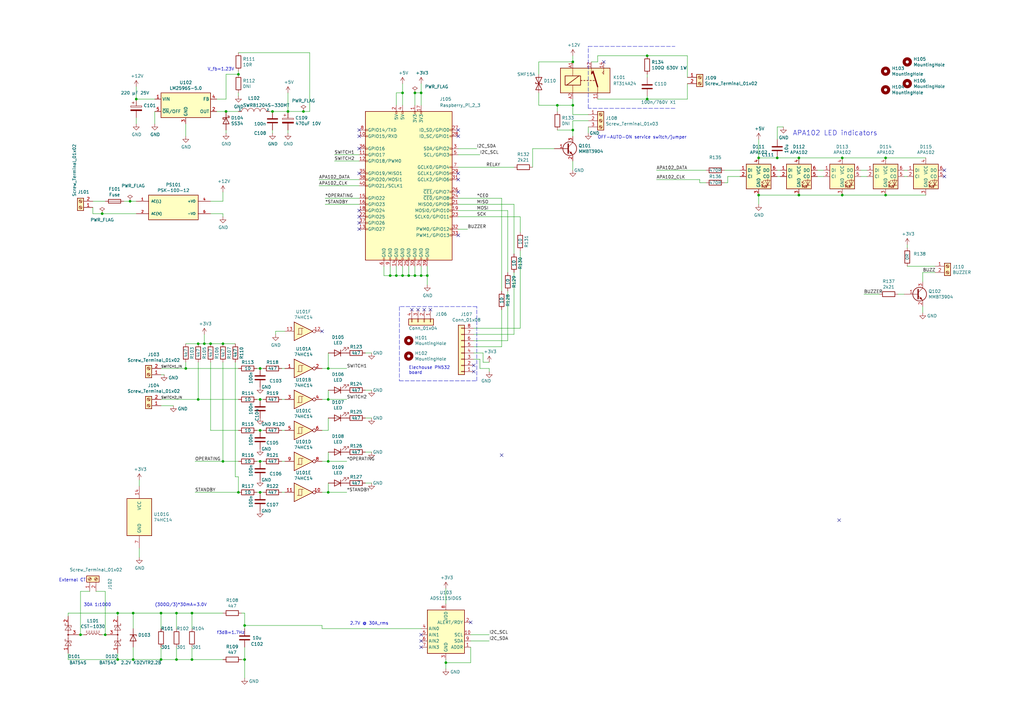
<source format=kicad_sch>
(kicad_sch (version 20211123) (generator eeschema)
  (paper "A3")
  (junction (at 162.56 113.03))
  (junction (at 66.04 270.51))
  (junction (at 170.18 113.03))
  (junction (at 265.43 40.64))
  (junction (at 43.18 260.35))
  (junction (at 345.44 80.01))
  (junction (at 78.74 251.46))
  (junction (at 327.66 80.01))
  (junction (at 86.36 140.97))
  (junction (at 165.1 38.1))
  (junction (at 172.72 113.03))
  (junction (at 345.44 64.77))
  (junction (at 78.74 270.51))
  (junction (at 134.62 163.83))
  (junction (at 100.33 270.51))
  (junction (at 106.68 201.93))
  (junction (at 97.79 201.93))
  (junction (at 165.1 113.03))
  (junction (at 134.62 201.93))
  (junction (at 363.22 64.77))
  (junction (at 111.76 45.72))
  (junction (at 55.88 40.64))
  (junction (at 41.91 87.63))
  (junction (at 72.39 251.46))
  (junction (at 66.04 251.46))
  (junction (at 182.88 271.78))
  (junction (at 175.26 113.03))
  (junction (at 48.26 270.51))
  (junction (at 83.82 140.97))
  (junction (at 311.15 64.77))
  (junction (at 134.62 189.23))
  (junction (at 234.95 53.34))
  (junction (at 327.66 64.77))
  (junction (at 33.02 260.35))
  (junction (at 53.34 82.55))
  (junction (at 106.68 151.13))
  (junction (at 311.15 80.01))
  (junction (at 234.95 43.18))
  (junction (at 234.95 25.4))
  (junction (at 72.39 270.51))
  (junction (at 170.18 38.1))
  (junction (at 172.72 38.1))
  (junction (at 265.43 22.86))
  (junction (at 363.22 80.01))
  (junction (at 100.33 256.54))
  (junction (at 134.62 151.13))
  (junction (at 54.61 251.46))
  (junction (at 76.2 151.13))
  (junction (at 167.64 113.03))
  (junction (at 228.6 43.18))
  (junction (at 81.28 163.83))
  (junction (at 81.28 140.97))
  (junction (at 318.77 64.77))
  (junction (at 48.26 251.46))
  (junction (at 106.68 163.83))
  (junction (at 106.68 189.23))
  (junction (at 160.02 113.03))
  (junction (at 91.44 189.23))
  (junction (at 118.11 45.72))
  (junction (at 97.79 30.48))
  (junction (at 54.61 270.51))
  (junction (at 91.44 140.97))
  (junction (at 106.68 176.53))
  (junction (at 92.71 45.72))
  (junction (at 124.46 45.72))
  (no_connect (at 147.32 53.34))
  (no_connect (at 172.72 260.35))
  (no_connect (at 194.31 152.4))
  (no_connect (at 172.72 262.89))
  (no_connect (at 147.32 88.9))
  (no_connect (at 193.04 255.27))
  (no_connect (at 168.91 127))
  (no_connect (at 147.32 93.98))
  (no_connect (at 147.32 91.44))
  (no_connect (at 172.72 265.43))
  (no_connect (at 187.96 78.74))
  (no_connect (at 173.99 127))
  (no_connect (at 147.32 60.96))
  (no_connect (at 132.08 135.89))
  (no_connect (at 147.32 86.36))
  (no_connect (at 344.17 213.36))
  (no_connect (at 205.74 186.69))
  (no_connect (at 147.32 55.88))
  (no_connect (at 187.96 73.66))
  (no_connect (at 187.96 71.12))
  (no_connect (at 387.35 72.39))
  (no_connect (at 187.96 96.52))
  (no_connect (at 187.96 53.34))
  (no_connect (at 171.45 127))
  (no_connect (at 147.32 71.12))
  (no_connect (at 187.96 55.88))
  (no_connect (at 247.65 25.4))
  (no_connect (at 194.31 149.86))
  (no_connect (at 176.53 127))
  (no_connect (at 387.35 69.85))
  (wire (pts (xy 193.04 265.43) (xy 193.04 271.78)))
  (wire (pts (xy 345.44 64.77) (xy 363.22 64.77)))
  (wire (pts (xy 311.15 80.01) (xy 311.15 83.82)))
  (wire (pts (xy 200.66 151.13) (xy 200.66 152.4)))
  (wire (pts (xy 311.15 57.15) (xy 311.15 64.77)))
  (wire (pts (xy 318.77 52.07) (xy 321.31 52.07)))
  (wire (pts (xy 96.52 140.97) (xy 91.44 140.97)))
  (wire (pts (xy 172.72 257.81) (xy 132.08 257.81)))
  (polyline (pts (xy 241.3 44.45) (xy 241.3 19.05)))
  (polyline (pts (xy 276.86 44.45) (xy 241.3 44.45)))
  (wire (pts (xy 172.72 109.22) (xy 172.72 113.03)))
  (wire (pts (xy 149.86 144.78) (xy 152.4 144.78)))
  (wire (pts (xy 105.41 201.93) (xy 106.68 201.93)))
  (wire (pts (xy 66.04 153.67) (xy 67.31 153.67)))
  (wire (pts (xy 33.02 260.35) (xy 34.29 260.35)))
  (wire (pts (xy 228.6 53.34) (xy 234.95 53.34)))
  (wire (pts (xy 86.36 148.59) (xy 86.36 176.53)))
  (wire (pts (xy 245.11 22.86) (xy 265.43 22.86)))
  (wire (pts (xy 132.08 151.13) (xy 134.62 151.13)))
  (wire (pts (xy 76.2 50.8) (xy 76.2 55.88)))
  (wire (pts (xy 265.43 39.37) (xy 265.43 40.64)))
  (wire (pts (xy 198.12 148.59) (xy 198.12 144.78)))
  (wire (pts (xy 228.6 45.72) (xy 228.6 43.18)))
  (wire (pts (xy 241.3 46.99) (xy 234.95 46.99)))
  (wire (pts (xy 81.28 163.83) (xy 97.79 163.83)))
  (wire (pts (xy 91.44 87.63) (xy 91.44 88.9)))
  (wire (pts (xy 360.68 120.65) (xy 354.33 120.65)))
  (wire (pts (xy 78.74 270.51) (xy 91.44 270.51)))
  (wire (pts (xy 113.03 135.89) (xy 113.03 137.16)))
  (wire (pts (xy 372.11 101.6) (xy 372.11 100.33)))
  (wire (pts (xy 165.1 109.22) (xy 165.1 113.03)))
  (wire (pts (xy 86.36 82.55) (xy 91.44 82.55)))
  (wire (pts (xy 118.11 38.1) (xy 118.11 45.72)))
  (wire (pts (xy 182.88 270.51) (xy 182.88 271.78)))
  (wire (pts (xy 36.83 242.57) (xy 33.02 242.57)))
  (wire (pts (xy 43.18 82.55) (xy 38.1 82.55)))
  (wire (pts (xy 147.32 76.2) (xy 130.81 76.2)))
  (polyline (pts (xy 195.58 156.21) (xy 195.58 125.73)))
  (wire (pts (xy 66.04 151.13) (xy 76.2 151.13)))
  (wire (pts (xy 100.33 256.54) (xy 100.33 257.81)))
  (polyline (pts (xy 163.83 156.21) (xy 195.58 156.21)))
  (wire (pts (xy 149.86 185.42) (xy 152.4 185.42)))
  (wire (pts (xy 281.94 22.86) (xy 281.94 31.75)))
  (wire (pts (xy 298.45 74.93) (xy 298.45 72.39)))
  (wire (pts (xy 132.08 163.83) (xy 134.62 163.83)))
  (wire (pts (xy 97.79 195.58) (xy 97.79 201.93)))
  (wire (pts (xy 137.16 63.5) (xy 147.32 63.5)))
  (wire (pts (xy 187.96 93.98) (xy 191.77 93.98)))
  (wire (pts (xy 55.88 40.64) (xy 55.88 35.56)))
  (wire (pts (xy 132.08 201.93) (xy 134.62 201.93)))
  (wire (pts (xy 187.96 63.5) (xy 196.85 63.5)))
  (wire (pts (xy 33.02 242.57) (xy 33.02 260.35)))
  (wire (pts (xy 327.66 64.77) (xy 345.44 64.77)))
  (wire (pts (xy 194.31 137.16) (xy 210.82 137.16)))
  (wire (pts (xy 220.98 25.4) (xy 220.98 30.48)))
  (wire (pts (xy 187.96 88.9) (xy 213.36 88.9)))
  (wire (pts (xy 378.46 115.57) (xy 378.46 111.76)))
  (wire (pts (xy 105.41 189.23) (xy 106.68 189.23)))
  (wire (pts (xy 182.88 271.78) (xy 182.88 274.32)))
  (wire (pts (xy 353.06 69.85) (xy 355.6 69.85)))
  (wire (pts (xy 198.12 144.78) (xy 194.31 144.78)))
  (wire (pts (xy 318.77 64.77) (xy 327.66 64.77)))
  (wire (pts (xy 269.24 73.66) (xy 287.02 73.66)))
  (wire (pts (xy 86.36 87.63) (xy 91.44 87.63)))
  (wire (pts (xy 100.33 270.51) (xy 100.33 278.13)))
  (wire (pts (xy 111.76 53.34) (xy 111.76 54.61)))
  (wire (pts (xy 66.04 251.46) (xy 72.39 251.46)))
  (wire (pts (xy 78.74 257.81) (xy 78.74 251.46)))
  (wire (pts (xy 297.18 69.85) (xy 303.53 69.85)))
  (wire (pts (xy 187.96 86.36) (xy 208.28 86.36)))
  (wire (pts (xy 38.1 87.63) (xy 38.1 85.09)))
  (wire (pts (xy 234.95 25.4) (xy 220.98 25.4)))
  (wire (pts (xy 133.35 83.82) (xy 147.32 83.82)))
  (wire (pts (xy 91.44 140.97) (xy 86.36 140.97)))
  (wire (pts (xy 27.94 251.46) (xy 48.26 251.46)))
  (wire (pts (xy 27.94 270.51) (xy 48.26 270.51)))
  (wire (pts (xy 55.88 87.63) (xy 41.91 87.63)))
  (wire (pts (xy 78.74 251.46) (xy 91.44 251.46)))
  (wire (pts (xy 234.95 46.99) (xy 234.95 43.18)))
  (wire (pts (xy 370.84 120.65) (xy 368.3 120.65)))
  (wire (pts (xy 378.46 125.73) (xy 378.46 128.27)))
  (wire (pts (xy 335.28 69.85) (xy 337.82 69.85)))
  (wire (pts (xy 311.15 64.77) (xy 318.77 64.77)))
  (wire (pts (xy 234.95 53.34) (xy 234.95 55.88)))
  (wire (pts (xy 97.79 45.72) (xy 92.71 45.72)))
  (polyline (pts (xy 241.3 19.05) (xy 276.86 19.05)))
  (wire (pts (xy 41.91 260.35) (xy 43.18 260.35)))
  (wire (pts (xy 80.01 189.23) (xy 91.44 189.23)))
  (wire (pts (xy 363.22 80.01) (xy 379.73 80.01)))
  (wire (pts (xy 107.95 163.83) (xy 106.68 163.83)))
  (wire (pts (xy 194.31 142.24) (xy 205.74 142.24)))
  (wire (pts (xy 167.64 109.22) (xy 167.64 113.03)))
  (wire (pts (xy 220.98 43.18) (xy 228.6 43.18)))
  (wire (pts (xy 91.44 189.23) (xy 97.79 189.23)))
  (wire (pts (xy 97.79 21.59) (xy 127 21.59)))
  (wire (pts (xy 91.44 82.55) (xy 91.44 78.74)))
  (wire (pts (xy 88.9 45.72) (xy 92.71 45.72)))
  (wire (pts (xy 72.39 257.81) (xy 72.39 251.46)))
  (wire (pts (xy 81.28 140.97) (xy 83.82 140.97)))
  (wire (pts (xy 242.57 25.4) (xy 245.11 25.4)))
  (wire (pts (xy 345.44 80.01) (xy 363.22 80.01)))
  (wire (pts (xy 228.6 43.18) (xy 234.95 43.18)))
  (wire (pts (xy 210.82 111.76) (xy 210.82 137.16)))
  (wire (pts (xy 187.96 81.28) (xy 205.74 81.28)))
  (wire (pts (xy 205.74 119.38) (xy 205.74 81.28)))
  (wire (pts (xy 115.57 163.83) (xy 116.84 163.83)))
  (wire (pts (xy 234.95 66.04) (xy 234.95 69.85)))
  (wire (pts (xy 72.39 270.51) (xy 78.74 270.51)))
  (wire (pts (xy 132.08 189.23) (xy 134.62 189.23)))
  (wire (pts (xy 96.52 148.59) (xy 96.52 195.58)))
  (wire (pts (xy 107.95 176.53) (xy 106.68 176.53)))
  (wire (pts (xy 289.56 74.93) (xy 287.02 74.93)))
  (wire (pts (xy 124.46 45.72) (xy 118.11 45.72)))
  (wire (pts (xy 115.57 189.23) (xy 116.84 189.23)))
  (wire (pts (xy 132.08 256.54) (xy 100.33 256.54)))
  (wire (pts (xy 76.2 140.97) (xy 81.28 140.97)))
  (wire (pts (xy 134.62 201.93) (xy 134.62 198.12)))
  (wire (pts (xy 205.74 127) (xy 205.74 142.24)))
  (wire (pts (xy 281.94 34.29) (xy 281.94 40.64)))
  (wire (pts (xy 162.56 113.03) (xy 160.02 113.03)))
  (wire (pts (xy 72.39 251.46) (xy 78.74 251.46)))
  (wire (pts (xy 53.34 82.55) (xy 55.88 82.55)))
  (wire (pts (xy 55.88 48.26) (xy 55.88 50.8)))
  (wire (pts (xy 172.72 113.03) (xy 170.18 113.03)))
  (wire (pts (xy 170.18 43.18) (xy 170.18 38.1)))
  (wire (pts (xy 57.15 224.79) (xy 57.15 228.6)))
  (wire (pts (xy 76.2 151.13) (xy 97.79 151.13)))
  (wire (pts (xy 99.06 270.51) (xy 100.33 270.51)))
  (wire (pts (xy 318.77 57.15) (xy 318.77 52.07)))
  (wire (pts (xy 137.16 66.04) (xy 147.32 66.04)))
  (wire (pts (xy 107.95 201.93) (xy 106.68 201.93)))
  (wire (pts (xy 66.04 251.46) (xy 54.61 251.46)))
  (wire (pts (xy 96.52 195.58) (xy 97.79 195.58)))
  (polyline (pts (xy 195.58 125.73) (xy 163.83 125.73)))
  (wire (pts (xy 133.35 81.28) (xy 147.32 81.28)))
  (wire (pts (xy 134.62 189.23) (xy 134.62 185.42)))
  (wire (pts (xy 187.96 68.58) (xy 210.82 68.58)))
  (wire (pts (xy 107.95 151.13) (xy 106.68 151.13)))
  (wire (pts (xy 187.96 83.82) (xy 210.82 83.82)))
  (wire (pts (xy 241.3 49.53) (xy 234.95 49.53)))
  (wire (pts (xy 134.62 176.53) (xy 134.62 171.45)))
  (wire (pts (xy 196.85 147.32) (xy 196.85 151.13)))
  (wire (pts (xy 110.49 45.72) (xy 111.76 45.72)))
  (wire (pts (xy 149.86 171.45) (xy 152.4 171.45)))
  (wire (pts (xy 41.91 87.63) (xy 38.1 87.63)))
  (wire (pts (xy 132.08 176.53) (xy 134.62 176.53)))
  (wire (pts (xy 162.56 109.22) (xy 162.56 113.03)))
  (wire (pts (xy 234.95 25.4) (xy 234.95 22.86)))
  (wire (pts (xy 99.06 251.46) (xy 100.33 251.46)))
  (wire (pts (xy 370.84 72.39) (xy 372.11 72.39)))
  (wire (pts (xy 134.62 201.93) (xy 142.24 201.93)))
  (wire (pts (xy 115.57 201.93) (xy 116.84 201.93)))
  (wire (pts (xy 311.15 80.01) (xy 327.66 80.01)))
  (wire (pts (xy 281.94 40.64) (xy 265.43 40.64)))
  (wire (pts (xy 66.04 166.37) (xy 71.12 166.37)))
  (wire (pts (xy 193.04 271.78) (xy 182.88 271.78)))
  (wire (pts (xy 234.95 40.64) (xy 234.95 43.18)))
  (wire (pts (xy 27.94 251.46) (xy 27.94 252.73)))
  (wire (pts (xy 149.86 160.02) (xy 152.4 160.02)))
  (wire (pts (xy 81.28 148.59) (xy 81.28 163.83)))
  (wire (pts (xy 170.18 38.1) (xy 172.72 38.1)))
  (wire (pts (xy 97.79 30.48) (xy 97.79 29.21)))
  (wire (pts (xy 335.28 72.39) (xy 337.82 72.39)))
  (wire (pts (xy 372.11 109.22) (xy 383.54 109.22)))
  (wire (pts (xy 132.08 256.54) (xy 132.08 257.81)))
  (wire (pts (xy 54.61 265.43) (xy 54.61 270.51)))
  (wire (pts (xy 160.02 109.22) (xy 160.02 113.03)))
  (wire (pts (xy 353.06 72.39) (xy 355.6 72.39)))
  (wire (pts (xy 83.82 137.16) (xy 83.82 140.97)))
  (wire (pts (xy 48.26 267.97) (xy 48.26 270.51)))
  (wire (pts (xy 187.96 60.96) (xy 195.58 60.96)))
  (wire (pts (xy 175.26 116.84) (xy 175.26 113.03)))
  (wire (pts (xy 287.02 73.66) (xy 287.02 74.93)))
  (wire (pts (xy 167.64 113.03) (xy 165.1 113.03)))
  (wire (pts (xy 196.85 151.13) (xy 200.66 151.13)))
  (wire (pts (xy 50.8 82.55) (xy 53.34 82.55)))
  (wire (pts (xy 182.88 247.65) (xy 182.88 241.3)))
  (wire (pts (xy 134.62 151.13) (xy 134.62 144.78)))
  (wire (pts (xy 92.71 40.64) (xy 92.71 30.48)))
  (wire (pts (xy 118.11 53.34) (xy 118.11 54.61)))
  (wire (pts (xy 48.26 270.51) (xy 54.61 270.51)))
  (wire (pts (xy 57.15 199.39) (xy 57.15 196.85)))
  (wire (pts (xy 157.48 113.03) (xy 157.48 109.22)))
  (wire (pts (xy 48.26 251.46) (xy 48.26 252.73)))
  (wire (pts (xy 66.04 270.51) (xy 72.39 270.51)))
  (wire (pts (xy 193.04 262.89) (xy 200.66 262.89)))
  (wire (pts (xy 297.18 74.93) (xy 298.45 74.93)))
  (wire (pts (xy 97.79 176.53) (xy 86.36 176.53)))
  (wire (pts (xy 76.2 148.59) (xy 76.2 151.13)))
  (wire (pts (xy 265.43 30.48) (xy 265.43 31.75)))
  (wire (pts (xy 298.45 72.39) (xy 303.53 72.39)))
  (wire (pts (xy 92.71 53.34) (xy 92.71 54.61)))
  (wire (pts (xy 370.84 69.85) (xy 372.11 69.85)))
  (wire (pts (xy 165.1 38.1) (xy 165.1 34.29)))
  (wire (pts (xy 172.72 34.29) (xy 172.72 38.1)))
  (wire (pts (xy 162.56 43.18) (xy 162.56 38.1)))
  (wire (pts (xy 115.57 176.53) (xy 116.84 176.53)))
  (wire (pts (xy 378.46 111.76) (xy 383.54 111.76)))
  (wire (pts (xy 115.57 151.13) (xy 116.84 151.13)))
  (wire (pts (xy 318.77 69.85) (xy 320.04 69.85)))
  (wire (pts (xy 105.41 163.83) (xy 106.68 163.83)))
  (wire (pts (xy 54.61 270.51) (xy 66.04 270.51)))
  (wire (pts (xy 66.04 265.43) (xy 66.04 270.51)))
  (wire (pts (xy 241.3 54.61) (xy 241.3 52.07)))
  (wire (pts (xy 105.41 151.13) (xy 106.68 151.13)))
  (wire (pts (xy 127 45.72) (xy 124.46 45.72)))
  (wire (pts (xy 194.31 134.62) (xy 213.36 134.62)))
  (wire (pts (xy 80.01 201.93) (xy 97.79 201.93)))
  (wire (pts (xy 27.94 270.51) (xy 27.94 267.97)))
  (wire (pts (xy 194.31 139.7) (xy 208.28 139.7)))
  (polyline (pts (xy 163.83 125.73) (xy 163.83 156.21)))
  (wire (pts (xy 210.82 83.82) (xy 210.82 104.14)))
  (wire (pts (xy 175.26 109.22) (xy 175.26 113.03)))
  (wire (pts (xy 91.44 148.59) (xy 91.44 189.23)))
  (wire (pts (xy 245.11 25.4) (xy 245.11 22.86)))
  (wire (pts (xy 213.36 102.87) (xy 213.36 134.62)))
  (wire (pts (xy 265.43 22.86) (xy 281.94 22.86)))
  (wire (pts (xy 78.74 265.43) (xy 78.74 270.51)))
  (wire (pts (xy 39.37 242.57) (xy 43.18 242.57)))
  (wire (pts (xy 43.18 242.57) (xy 43.18 260.35)))
  (wire (pts (xy 97.79 38.1) (xy 97.79 39.37)))
  (wire (pts (xy 134.62 151.13) (xy 142.24 151.13)))
  (wire (pts (xy 162.56 38.1) (xy 165.1 38.1)))
  (wire (pts (xy 147.32 73.66) (xy 130.81 73.66)))
  (wire (pts (xy 92.71 30.48) (xy 97.79 30.48)))
  (wire (pts (xy 127 21.59) (xy 127 45.72)))
  (wire (pts (xy 327.66 80.01) (xy 345.44 80.01)))
  (wire (pts (xy 245.11 40.64) (xy 265.43 40.64)))
  (wire (pts (xy 72.39 265.43) (xy 72.39 270.51)))
  (wire (pts (xy 54.61 251.46) (xy 48.26 251.46)))
  (wire (pts (xy 160.02 113.03) (xy 157.48 113.03)))
  (wire (pts (xy 194.31 147.32) (xy 196.85 147.32)))
  (wire (pts (xy 63.5 45.72) (xy 63.5 50.8)))
  (wire (pts (xy 149.86 198.12) (xy 152.4 198.12)))
  (wire (pts (xy 193.04 260.35) (xy 200.66 260.35)))
  (wire (pts (xy 213.36 95.25) (xy 213.36 88.9)))
  (wire (pts (xy 318.77 72.39) (xy 320.04 72.39)))
  (wire (pts (xy 111.76 45.72) (xy 118.11 45.72)))
  (wire (pts (xy 170.18 113.03) (xy 167.64 113.03)))
  (wire (pts (xy 208.28 86.36) (xy 208.28 111.76)))
  (wire (pts (xy 88.9 40.64) (xy 92.71 40.64)))
  (wire (pts (xy 116.84 135.89) (xy 113.03 135.89)))
  (wire (pts (xy 134.62 189.23) (xy 142.24 189.23)))
  (wire (pts (xy 200.66 148.59) (xy 198.12 148.59)))
  (wire (pts (xy 175.26 113.03) (xy 172.72 113.03)))
  (wire (pts (xy 172.72 38.1) (xy 172.72 43.18)))
  (wire (pts (xy 55.88 40.64) (xy 63.5 40.64)))
  (wire (pts (xy 363.22 64.77) (xy 379.73 64.77)))
  (wire (pts (xy 134.62 163.83) (xy 134.62 160.02)))
  (wire (pts (xy 54.61 251.46) (xy 54.61 257.81)))
  (wire (pts (xy 234.95 49.53) (xy 234.95 53.34)))
  (wire (pts (xy 218.44 60.96) (xy 227.33 60.96)))
  (wire (pts (xy 66.04 257.81) (xy 66.04 251.46)))
  (wire (pts (xy 66.04 163.83) (xy 81.28 163.83)))
  (wire (pts (xy 107.95 189.23) (xy 106.68 189.23)))
  (wire (pts (xy 269.24 69.85) (xy 289.56 69.85)))
  (wire (pts (xy 105.41 176.53) (xy 106.68 176.53)))
  (wire (pts (xy 218.44 60.96) (xy 218.44 68.58)))
  (wire (pts (xy 220.98 38.1) (xy 220.98 43.18)))
  (wire (pts (xy 83.82 140.97) (xy 86.36 140.97)))
  (wire (pts (xy 100.33 270.51) (xy 100.33 265.43)))
  (wire (pts (xy 165.1 113.03) (xy 162.56 113.03)))
  (wire (pts (xy 208.28 119.38) (xy 208.28 139.7)))
  (wire (pts (xy 134.62 163.83) (xy 142.24 163.83)))
  (wire (pts (xy 100.33 251.46) (xy 100.33 256.54)))
  (wire (pts (xy 170.18 109.22) (xy 170.18 113.03)))
  (wire (pts (xy 165.1 43.18) (xy 165.1 38.1)))
  (text "2.7V @ 30A_rms" (at 143.51 256.54 0) (effects (font (size 1.27 1.27)) (justify left bottom)))
  (text "V_fb=1.23V" (at 85.09 29.21 0) (effects (font (size 1.27 1.27)) (justify left bottom)))
  (text "30A 1:1000\n" (at 34.29 248.92 0) (effects (font (size 1.27 1.27)) (justify left bottom)))
  (text "APA102 LED indicators" (at 325.12 55.88 0) (effects (font (size 2.0066 2.0066)) (justify left bottom)))
  (text "(300Ω/3)*30mA=3.0V" (at 63.5 248.92 0) (effects (font (size 1.27 1.27)) (justify left bottom)))
  (text "OFF-AUTO-ON service switch/jumper\n" (at 245.11 57.15 0) (effects (font (size 1.27 1.27)) (justify left bottom)))
  (text "External CT" (at 24.13 238.76 0) (effects (font (size 1.27 1.27)) (justify left bottom)))
  (text "Elechouse PN532\nboard" (at 167.64 153.67 0) (effects (font (size 1.27 1.27)) (justify left bottom)))
  (text "f3dB=1.7Hz" (at 88.9 260.35 0) (effects (font (size 1.27 1.27)) (justify left bottom)))
  (label "APA102_CLK" (at 269.24 73.66 0))
  (label "MISO" (at 195.58 83.82 0))
  (label "I2C_SDA" (at 200.66 262.89 0))
  (label "SWITCH2" (at 142.24 163.83 0))
  (label "BUZZER" (at 354.33 120.65 0))
  (label "*OPERATING" (at 142.24 189.23 0))
  (label "*STANDBY" (at 142.24 201.93 0))
  (label "BUZZ" (at 378.46 111.76 0))
  (label "BUZZER" (at 191.77 93.98 0))
  (label "APA102_DATA" (at 269.24 69.85 0))
  (label "I2C_SCL" (at 200.66 260.35 0))
  (label "*OPERATING" (at 133.35 81.28 0))
  (label "SWITCH1" (at 142.24 151.13 0))
  (label "SWITCH1" (at 137.16 63.5 0))
  (label "SWITCH2_IN" (at 66.04 163.83 0) (effects (font (size 0.9906 0.9906))))
  (label "OPERATING" (at 80.01 189.23 0))
  (label "MOSI" (at 195.58 86.36 0))
  (label "I2C_SCL" (at 196.85 63.5 0))
  (label "APA102_DATA" (at 130.81 73.66 0))
  (label "APA102_CLK" (at 130.81 76.2 0))
  (label "STANDBY" (at 80.01 201.93 0))
  (label "*STANDBY" (at 133.35 83.82 0))
  (label "SWITCH1_IN" (at 66.04 151.13 0) (effects (font (size 0.9906 0.9906))))
  (label "SCK" (at 195.58 88.9 0))
  (label "RELAY" (at 199.39 68.58 0))
  (label "I2C_SDA" (at 195.58 60.96 0))
  (label "*CE0" (at 195.58 81.28 0))
  (label "SWITCH2" (at 137.16 66.04 0))
  (symbol (lib_id "Connector:Raspberry_Pi_2_3") (at 167.64 76.2 0) (unit 1)
    (property "Reference" "J105" (at 180.34 40.64 0) (effects (justify left)))
    (property "Value" "Raspberry_Pi_2_3" (at 180.34 43.18 0) (effects (justify left)))
    (property "Footprint" "Pin_Headers:Pin_Header_Straight_2x20_Pitch2.54mm" (effects hide))
    (property "Datasheet" "https://www.raspberrypi.org/documentation/hardware/raspberrypi/schematics/rpi_SCH_3bplus_1p0_reduced.pdf" (effects hide))
  )
  (symbol (lib_id "Device:R") (at 214.63 68.58 270) (unit 1)
    (property "Reference" "R132" (at 214.63 63.3222 90))
    (property "Value" "2k21" (at 214.63 65.6336 90))
    (property "Footprint" "Resistors_SMD:R_0603" (effects hide))
  )
  (symbol (lib_id "power:+3.3V") (at 172.72 34.29 0) (unit 1)
    (property "Reference" "#PWR0130" (effects hide))
    (property "Value" "+3.3V" (at 173.101 29.8958 0))
  )
  (symbol (lib_id "power:+5V") (at 165.1 34.29 0) (unit 1)
    (property "Reference" "#PWR0129" (effects hide))
    (property "Value" "+5V" (at 165.481 29.8958 0))
  )
  (symbol (lib_id "power:GND") (at 175.26 116.84 0) (unit 1)
    (property "Reference" "#PWR0131" (effects hide))
    (property "Value" "GND" (at 175.387 121.2342 0))
  )
  (symbol (lib_id "power:+12V") (at 234.95 22.86 0) (unit 1)
    (property "Reference" "#PWR0136" (effects hide))
    (property "Value" "+12V" (at 235.331 18.4658 0))
  )
  (symbol (lib_id "Device:D_TVS") (at 220.98 34.29 270) (unit 1)
    (property "Reference" "D110" (at 222.9866 33.1216 90) (effects (justify left)))
    (property "Value" "SMF15A" (at 212.09 30.48 90) (effects (justify left)))
    (property "Footprint" "Diodes_SMD:D_SOD-123" (effects hide))
    (property "Vendor" "C163663" (effects hide))
  )
  (symbol (lib_id "74xx:74HC14") (at 124.46 151.13 0) (unit 1)
    (property "Reference" "U101" (at 124.46 143.0782 0))
    (property "Value" "74HC14" (at 124.46 145.3896 0))
    (property "Footprint" "Package_SO:SOIC-14_3.9x8.7mm_P1.27mm" (effects hide))
    (property "Datasheet" "http://www.ti.com/lit/gpn/sn74HC14" (effects hide))
  )
  (symbol (lib_id "74xx:74HC14") (at 124.46 163.83 0) (unit 2)
    (property "Reference" "U101" (at 124.46 155.7782 0))
    (property "Value" "74HC14" (at 124.46 158.0896 0))
    (property "Footprint" "Package_SO:SOIC-14_3.9x8.7mm_P1.27mm" (effects hide))
    (property "Datasheet" "http://www.ti.com/lit/gpn/sn74HC14" (effects hide))
    (property "Vendor" "C8149" (effects hide))
  )
  (symbol (lib_id "74xx:74HC14") (at 124.46 189.23 0) (unit 4)
    (property "Reference" "U101" (at 124.46 181.1782 0))
    (property "Value" "74HC14" (at 124.46 183.4896 0))
    (property "Footprint" "Package_SO:SOIC-14_3.9x8.7mm_P1.27mm" (effects hide))
    (property "Datasheet" "http://www.ti.com/lit/gpn/sn74HC14" (effects hide))
  )
  (symbol (lib_id "74xx:74HC14") (at 124.46 201.93 0) (unit 5)
    (property "Reference" "U101" (at 124.46 193.8782 0))
    (property "Value" "74HC14" (at 124.46 196.1896 0))
    (property "Footprint" "Package_SO:SOIC-14_3.9x8.7mm_P1.27mm" (effects hide))
    (property "Datasheet" "http://www.ti.com/lit/gpn/sn74HC14" (effects hide))
  )
  (symbol (lib_id "74xx:74HC14") (at 124.46 135.89 0) (unit 6)
    (property "Reference" "U101" (at 124.46 127.8382 0))
    (property "Value" "74HC14" (at 124.46 130.1496 0))
    (property "Footprint" "Package_SO:SOIC-14_3.9x8.7mm_P1.27mm" (effects hide))
    (property "Datasheet" "http://www.ti.com/lit/gpn/sn74HC14" (effects hide))
  )
  (symbol (lib_id "74xx:74HC14") (at 124.46 176.53 0) (unit 3)
    (property "Reference" "U101" (at 124.46 168.4782 0))
    (property "Value" "74HC14" (at 124.46 170.7896 0))
    (property "Footprint" "Package_SO:SOIC-14_3.9x8.7mm_P1.27mm" (effects hide))
    (property "Datasheet" "http://www.ti.com/lit/gpn/sn74HC14" (effects hide))
  )
  (symbol (lib_id "74xx:74HC14") (at 57.15 212.09 0) (unit 7)
    (property "Reference" "U101" (at 62.992 210.9216 0) (effects (justify left)))
    (property "Value" "74HC14" (at 62.992 213.233 0) (effects (justify left)))
    (property "Footprint" "Package_SO:SOIC-14_3.9x8.7mm_P1.27mm" (effects hide))
    (property "Datasheet" "http://www.ti.com/lit/gpn/sn74HC14" (effects hide))
  )
  (symbol (lib_id "power:+3.3V") (at 57.15 196.85 0) (unit 1)
    (property "Reference" "#PWR0103" (effects hide))
    (property "Value" "+3.3V" (at 57.531 192.4558 0))
  )
  (symbol (lib_id "power:GND") (at 57.15 228.6 0) (unit 1)
    (property "Reference" "#PWR0104" (effects hide))
    (property "Value" "GND" (at 57.277 232.9942 0))
  )
  (symbol (lib_id "Device:R") (at 86.36 144.78 180) (unit 1)
    (property "Reference" "R106" (at 88.9 144.78 90))
    (property "Value" "4k7" (at 86.36 144.78 90))
    (property "Footprint" "Resistors_SMD:R_0603" (effects hide))
  )
  (symbol (lib_id "Device:C") (at 106.68 205.74 180) (unit 1)
    (property "Reference" "C107" (at 111.76 207.01 0))
    (property "Value" "100n" (at 102.87 205.74 90))
    (property "Footprint" "Capacitors_SMD:C_0603" (effects hide))
  )
  (symbol (lib_id "Device:R") (at 101.6 151.13 270) (unit 1)
    (property "Reference" "R113" (at 101.6 148.59 90))
    (property "Value" "10" (at 101.6 151.13 90))
    (property "Footprint" "Resistors_SMD:R_0603" (effects hide))
  )
  (symbol (lib_id "Device:R") (at 111.76 151.13 270) (unit 1)
    (property "Reference" "R118" (at 111.76 148.59 90))
    (property "Value" "4k7" (at 111.76 151.13 90))
    (property "Footprint" "Resistors_SMD:R_0603" (effects hide))
  )
  (symbol (lib_id "Transistor_BJT:MMBT3904") (at 232.41 60.96 0) (unit 1)
    (property "Reference" "Q101" (at 237.2614 59.7916 0) (effects (justify left)))
    (property "Value" "MMBT3904" (at 237.2614 62.103 0) (effects (justify left)))
    (property "Footprint" "Package_TO_SOT_SMD:SOT-23" (effects hide))
    (property "Datasheet" "https://www.fairchildsemi.com/datasheets/2N/2N3904.pdf" (effects hide))
    (property "Vendor" "C402272" (effects hide))
  )
  (symbol (lib_id "Device:R") (at 91.44 144.78 180) (unit 1)
    (property "Reference" "R107" (at 93.98 144.78 90))
    (property "Value" "4k7" (at 91.44 144.78 90))
    (property "Footprint" "Resistors_SMD:R_0603" (effects hide))
  )
  (symbol (lib_id "Device:R") (at 81.28 144.78 180) (unit 1)
    (property "Reference" "R105" (at 83.82 144.78 90))
    (property "Value" "4k7" (at 81.28 144.78 90))
    (property "Footprint" "Resistors_SMD:R_0603" (effects hide))
  )
  (symbol (lib_id "Device:R") (at 96.52 144.78 180) (unit 1)
    (property "Reference" "R110" (at 99.06 144.78 90))
    (property "Value" "4k7" (at 96.52 144.78 90))
    (property "Footprint" "Resistors_SMD:R_0603" (effects hide))
  )
  (symbol (lib_id "Device:R") (at 76.2 144.78 180) (unit 1)
    (property "Reference" "R103" (at 78.74 144.78 90))
    (property "Value" "4k7" (at 76.2 144.78 90))
    (property "Footprint" "Resistors_SMD:R_0603" (effects hide))
  )
  (symbol (lib_id "Device:C") (at 106.68 193.04 180) (unit 1)
    (property "Reference" "C106" (at 113.03 194.31 0))
    (property "Value" "100n" (at 102.87 193.04 90))
    (property "Footprint" "Capacitors_SMD:C_0603" (effects hide))
  )
  (symbol (lib_id "Device:C") (at 106.68 180.34 180) (unit 1)
    (property "Reference" "C105" (at 111.76 181.61 0))
    (property "Value" "100n" (at 102.87 180.34 90))
    (property "Footprint" "Capacitors_SMD:C_0603" (effects hide))
  )
  (symbol (lib_id "Device:C") (at 106.68 167.64 180) (unit 1)
    (property "Reference" "C104" (at 105.41 170.18 90))
    (property "Value" "100n" (at 102.87 167.64 90))
    (property "Footprint" "Capacitors_SMD:C_0603" (effects hide))
  )
  (symbol (lib_id "Device:C") (at 106.68 154.94 180) (unit 1)
    (property "Reference" "C103" (at 113.03 156.21 0))
    (property "Value" "100n" (at 102.87 154.94 90))
    (property "Footprint" "Capacitors_SMD:C_0603" (effects hide))
  )
  (symbol (lib_id "Device:R") (at 101.6 163.83 270) (unit 1)
    (property "Reference" "R114" (at 101.6 161.29 90))
    (property "Value" "10" (at 101.6 163.83 90))
    (property "Footprint" "Resistors_SMD:R_0603" (effects hide))
  )
  (symbol (lib_id "Device:R") (at 101.6 176.53 270) (unit 1)
    (property "Reference" "R115" (at 101.6 173.99 90))
    (property "Value" "10" (at 101.6 176.53 90))
    (property "Footprint" "Resistors_SMD:R_0603" (effects hide))
  )
  (symbol (lib_id "Device:R") (at 101.6 189.23 270) (unit 1)
    (property "Reference" "R116" (at 101.6 186.69 90))
    (property "Value" "10" (at 101.6 189.23 90))
    (property "Footprint" "Resistors_SMD:R_0603" (effects hide))
  )
  (symbol (lib_id "Device:R") (at 101.6 201.93 270) (unit 1)
    (property "Reference" "R117" (at 101.6 199.39 90))
    (property "Value" "10" (at 101.6 201.93 90))
    (property "Footprint" "Resistors_SMD:R_0603" (effects hide))
  )
  (symbol (lib_id "power:GND") (at 106.68 196.85 0) (unit 1)
    (property "Reference" "#PWR0118" (effects hide))
    (property "Value" "GND" (at 109.22 196.85 0))
  )
  (symbol (lib_id "power:GND") (at 106.68 184.15 0) (unit 1)
    (property "Reference" "#PWR0117" (effects hide))
    (property "Value" "GND" (at 109.22 184.15 0))
  )
  (symbol (lib_id "power:GND") (at 106.68 171.45 0) (unit 1)
    (property "Reference" "#PWR0116" (effects hide))
    (property "Value" "GND" (at 109.22 173.99 0))
  )
  (symbol (lib_id "power:GND") (at 106.68 158.75 0) (unit 1)
    (property "Reference" "#PWR0115" (effects hide))
    (property "Value" "GND" (at 109.22 158.75 0))
  )
  (symbol (lib_id "Connector:Screw_Terminal_01x02") (at 60.96 153.67 180) (unit 1)
    (property "Reference" "J103" (at 63.0428 145.415 0))
    (property "Value" "Screw_Terminal_01x02" (at 63.0428 147.7264 0))
    (property "Footprint" "TerminalBlock_Phoenix:TerminalBlock_Phoenix_MPT-0,5-2-2.54_1x02_P2.54mm_Horizontal" (effects hide))
  )
  (symbol (lib_id "Connector:Screw_Terminal_01x02") (at 60.96 166.37 180) (unit 1)
    (property "Reference" "J104" (at 63.0428 158.115 0))
    (property "Value" "Screw_Terminal_01x02" (at 63.0428 160.4264 0))
    (property "Footprint" "TerminalBlock_Phoenix:TerminalBlock_Phoenix_MPT-0,5-2-2.54_1x02_P2.54mm_Horizontal" (effects hide))
  )
  (symbol (lib_id "Device:R") (at 111.76 163.83 270) (unit 1)
    (property "Reference" "R119" (at 111.76 161.29 90))
    (property "Value" "4k7" (at 111.76 163.83 90))
    (property "Footprint" "Resistors_SMD:R_0603" (effects hide))
  )
  (symbol (lib_id "Device:R") (at 111.76 176.53 270) (unit 1)
    (property "Reference" "R120" (at 114.3 173.99 90))
    (property "Value" "4k7" (at 111.76 176.53 90))
    (property "Footprint" "Resistors_SMD:R_0603" (effects hide))
  )
  (symbol (lib_id "Device:R") (at 111.76 189.23 270) (unit 1)
    (property "Reference" "R121" (at 111.76 186.69 90))
    (property "Value" "4k7" (at 111.76 189.23 90))
    (property "Footprint" "Resistors_SMD:R_0603" (effects hide))
  )
  (symbol (lib_id "Device:R") (at 111.76 201.93 270) (unit 1)
    (property "Reference" "R122" (at 111.76 199.39 90))
    (property "Value" "4k7" (at 111.76 201.93 90))
    (property "Footprint" "Resistors_SMD:R_0603" (effects hide))
  )
  (symbol (lib_id "Device:LED") (at 138.43 144.78 180) (unit 1)
    (property "Reference" "D105" (at 138.6078 138.303 0))
    (property "Value" "LED" (at 138.6078 140.6144 0))
    (property "Footprint" "Diode_SMD:D_0603_1608Metric" (effects hide))
    (property "Vendor" "C192316" (effects hide))
  )
  (symbol (lib_id "Device:R") (at 146.05 144.78 270) (unit 1)
    (property "Reference" "R123" (at 146.05 142.24 90))
    (property "Value" "4k7" (at 146.05 144.78 90))
    (property "Footprint" "Resistors_SMD:R_0603" (effects hide))
  )
  (symbol (lib_id "power:GND") (at 152.4 144.78 0) (unit 1)
    (property "Reference" "#PWR0124" (effects hide))
    (property "Value" "GND" (at 154.94 144.78 0))
  )
  (symbol (lib_id "Device:LED") (at 138.43 160.02 180) (unit 1)
    (property "Reference" "D106" (at 138.6078 153.543 0))
    (property "Value" "LED" (at 138.6078 155.8544 0))
    (property "Footprint" "Diode_SMD:D_0603_1608Metric" (effects hide))
    (property "Vendor" "C192316" (effects hide))
  )
  (symbol (lib_id "Device:R") (at 146.05 160.02 270) (unit 1)
    (property "Reference" "R124" (at 146.05 157.48 90))
    (property "Value" "4k7" (at 146.05 160.02 90))
    (property "Footprint" "Resistors_SMD:R_0603" (effects hide))
  )
  (symbol (lib_id "power:GND") (at 152.4 160.02 0) (unit 1)
    (property "Reference" "#PWR0125" (effects hide))
    (property "Value" "GND" (at 154.94 160.02 0))
  )
  (symbol (lib_id "Device:LED") (at 138.43 171.45 180) (unit 1)
    (property "Reference" "D107" (at 138.6078 164.973 0))
    (property "Value" "LED" (at 138.6078 167.2844 0))
    (property "Footprint" "Diode_SMD:D_0603_1608Metric" (effects hide))
    (property "Vendor" "C192316" (effects hide))
  )
  (symbol (lib_id "Device:R") (at 146.05 171.45 270) (unit 1)
    (property "Reference" "R125" (at 146.05 168.91 90))
    (property "Value" "4k7" (at 146.05 171.45 90))
    (property "Footprint" "Resistors_SMD:R_0603" (effects hide))
  )
  (symbol (lib_id "power:GND") (at 152.4 171.45 0) (unit 1)
    (property "Reference" "#PWR0126" (effects hide))
    (property "Value" "GND" (at 154.94 171.45 0))
  )
  (symbol (lib_id "Device:LED") (at 138.43 185.42 180) (unit 1)
    (property "Reference" "D108" (at 138.6078 178.943 0))
    (property "Value" "LED" (at 138.6078 181.2544 0))
    (property "Footprint" "Diode_SMD:D_0603_1608Metric" (effects hide))
    (property "Vendor" "C192316" (effects hide))
  )
  (symbol (lib_id "Device:R") (at 146.05 185.42 270) (unit 1)
    (property "Reference" "R126" (at 146.05 182.88 90))
    (property "Value" "4k7" (at 146.05 185.42 90))
    (property "Footprint" "Resistors_SMD:R_0603" (effects hide))
  )
  (symbol (lib_id "power:GND") (at 152.4 185.42 0) (unit 1)
    (property "Reference" "#PWR0127" (effects hide))
    (property "Value" "GND" (at 154.94 185.42 0))
  )
  (symbol (lib_id "Device:LED") (at 138.43 198.12 180) (unit 1)
    (property "Reference" "D109" (at 138.6078 191.643 0))
    (property "Value" "LED" (at 138.6078 193.9544 0))
    (property "Footprint" "Diode_SMD:D_0603_1608Metric" (effects hide))
    (property "Vendor" "C192316" (effects hide))
  )
  (symbol (lib_id "Device:R") (at 146.05 198.12 270) (unit 1)
    (property "Reference" "R127" (at 146.05 195.58 90))
    (property "Value" "4k7" (at 146.05 198.12 90))
    (property "Footprint" "Resistors_SMD:R_0603" (effects hide))
  )
  (symbol (lib_id "power:GND") (at 152.4 198.12 0) (unit 1)
    (property "Reference" "#PWR0128" (effects hide))
    (property "Value" "GND" (at 154.94 198.12 0))
  )
  (symbol (lib_id "Regulator_Switching:LM2596S-5") (at 76.2 43.18 0) (unit 1)
    (property "Reference" "U102" (at 76.2 33.8582 0))
    (property "Value" "LM2596S-5.0" (at 76.2 36.1696 0))
    (property "Footprint" "Package_TO_SOT_SMD:TO-263-5_TabPin3" (effects hide))
    (property "Datasheet" "http://www.ti.com/lit/ds/symlink/lm2596.pdf" (effects hide))
    (property "Vendor" " C10002" (effects hide))
  )
  (symbol (lib_id "pspice:INDUCTOR") (at 104.14 45.72 0) (unit 1)
    (property "Reference" "L102" (at 104.14 40.259 0))
    (property "Value" "SWRB1204S-330MT" (at 109.22 43.18 0))
    (property "Footprint" "Inductor_SMD:L_12x12mm_H6mm" (effects hide))
    (property "Vendor" "C169397" (effects hide))
  )
  (symbol (lib_id "raspi_nfc_machine_lock-rescue:CP-Device") (at 118.11 49.53 0) (unit 1)
    (property "Reference" "C109" (at 121.1072 48.3616 0) (effects (justify left)))
    (property "Value" "470uF 10V" (at 121.1072 50.673 0) (effects (justify left)))
    (property "Footprint" "Capacitors_SMD:CP_Elec_8x10.5" (effects hide))
    (property "Vendor" " C176671" (effects hide))
  )
  (symbol (lib_id "Device:D_Schottky") (at 92.71 49.53 270) (unit 1)
    (property "Reference" "D104" (at 94.742 48.3616 90) (effects (justify left)))
    (property "Value" "SS34" (at 94.742 50.673 90) (effects (justify left)))
    (property "Footprint" "Diodes_SMD:D_SMA" (effects hide))
    (property "Vendor" "C8678" (effects hide))
  )
  (symbol (lib_id "raspi_nfc_machine_lock-rescue:CP-Device") (at 55.88 44.45 0) (unit 1)
    (property "Reference" "C101" (at 58.8772 43.2816 0) (effects (justify left)))
    (property "Value" "220 μF 25V" (at 49.53 38.1 0) (effects (justify left)))
    (property "Footprint" "Capacitors_SMD:CP_Elec_8x10" (effects hide))
    (property "Vendor" "C134765" (effects hide))
  )
  (symbol (lib_id "power:GND") (at 55.88 50.8 0) (unit 1)
    (property "Reference" "#PWR0102" (effects hide))
    (property "Value" "GND" (at 56.007 55.1942 0))
  )
  (symbol (lib_id "power:GND") (at 76.2 55.88 0) (unit 1)
    (property "Reference" "#PWR0108" (effects hide))
    (property "Value" "GND" (at 76.327 60.2742 0))
  )
  (symbol (lib_id "power:GND") (at 92.71 54.61 0) (unit 1)
    (property "Reference" "#PWR0112" (effects hide))
    (property "Value" "GND" (at 92.837 59.0042 0))
  )
  (symbol (lib_id "power:GND") (at 118.11 54.61 0) (unit 1)
    (property "Reference" "#PWR0123" (effects hide))
    (property "Value" "GND" (at 118.237 59.0042 0))
  )
  (symbol (lib_id "power:+5V") (at 118.11 38.1 0) (unit 1)
    (property "Reference" "#PWR0122" (effects hide))
    (property "Value" "+5V" (at 118.491 33.7058 0))
  )
  (symbol (lib_id "Connector:Screw_Terminal_01x02") (at 33.02 85.09 180) (unit 1)
    (property "Reference" "J101" (at 34.29 78.74 0))
    (property "Value" "Screw_Terminal_01x02" (at 30.48 69.85 90))
    (property "Footprint" "Terminal_Blocks:TerminalBlock_bornier-2_P5.08mm" (effects hide))
  )
  (symbol (lib_id "power:GND") (at 63.5 50.8 0) (unit 1)
    (property "Reference" "#PWR0105" (effects hide))
    (property "Value" "GND" (at 63.627 55.1942 0))
  )
  (symbol (lib_id "power:GND") (at 113.03 137.16 0) (unit 1)
    (property "Reference" "#PWR0121" (effects hide))
    (property "Value" "GND" (at 113.157 141.5542 0))
  )
  (symbol (lib_id "Device:R") (at 97.79 34.29 180) (unit 1)
    (property "Reference" "R112" (at 99.568 33.1216 0) (effects (justify right)))
    (property "Value" "DNI" (at 99.568 35.433 0) (effects (justify right)))
    (property "Footprint" "Resistors_SMD:R_0603" (effects hide))
  )
  (symbol (lib_id "Device:R") (at 97.79 25.4 180) (unit 1)
    (property "Reference" "R111" (at 99.568 24.2316 0) (effects (justify right)))
    (property "Value" "10R" (at 99.568 26.543 0) (effects (justify right)))
    (property "Footprint" "Resistors_SMD:R_0603" (effects hide))
  )
  (symbol (lib_id "power:GND") (at 97.79 39.37 0) (unit 1)
    (property "Reference" "#PWR0113" (effects hide))
    (property "Value" "GND" (at 97.917 43.7642 0))
  )
  (symbol (lib_id "power:+3.3V") (at 83.82 137.16 0) (unit 1)
    (property "Reference" "#PWR0109" (effects hide))
    (property "Value" "+3.3V" (at 84.201 132.7658 0))
  )
  (symbol (lib_id "Connector:Screw_Terminal_01x02") (at 388.62 109.22 0) (unit 1)
    (property "Reference" "J110" (at 390.652 109.4232 0) (effects (justify left)))
    (property "Value" "BUZZER" (at 390.652 111.7346 0) (effects (justify left)))
    (property "Footprint" "TerminalBlock_Phoenix:TerminalBlock_Phoenix_MPT-0,5-2-2.54_1x02_P2.54mm_Horizontal" (effects hide))
  )
  (symbol (lib_id "Transistor_BJT:MMBT3904") (at 375.92 120.65 0) (unit 1)
    (property "Reference" "Q102" (at 380.7714 119.4816 0) (effects (justify left)))
    (property "Value" "MMBT3904" (at 380.7714 121.793 0) (effects (justify left)))
    (property "Footprint" "Package_TO_SOT_SMD:SOT-23" (effects hide))
    (property "Datasheet" "https://www.fairchildsemi.com/datasheets/2N/2N3904.pdf" (effects hide))
    (property "Vendor" "C402272" (effects hide))
  )
  (symbol (lib_id "Device:R") (at 364.49 120.65 270) (unit 1)
    (property "Reference" "R137" (at 364.49 115.3922 90))
    (property "Value" "2k21" (at 364.49 117.7036 90))
    (property "Footprint" "Resistors_SMD:R_0603" (effects hide))
  )
  (symbol (lib_id "power:+3.3V") (at 372.11 100.33 0) (unit 1)
    (property "Reference" "#PWR0142" (effects hide))
    (property "Value" "+3.3V" (at 372.491 95.9358 0))
  )
  (symbol (lib_id "Device:R") (at 372.11 105.41 0) (unit 1)
    (property "Reference" "R138" (at 374.65 104.14 0) (effects (justify left)))
    (property "Value" "0R" (at 372.11 106.68 90) (effects (justify left)))
    (property "Footprint" "Resistors_SMD:R_0603" (effects hide))
  )
  (symbol (lib_id "power:GND") (at 378.46 128.27 0) (unit 1)
    (property "Reference" "#PWR0143" (effects hide))
    (property "Value" "GND" (at 382.27 129.54 0))
  )
  (symbol (lib_id "Device:C") (at 111.76 49.53 180) (unit 1)
    (property "Reference" "C108" (at 106.68 54.61 0))
    (property "Value" "100n" (at 106.68 50.8 0))
    (property "Footprint" "Capacitors_SMD:C_1206" (effects hide))
    (property "Vendor" " C1857" (effects hide))
  )
  (symbol (lib_id "power:GND") (at 111.76 54.61 0) (unit 1)
    (property "Reference" "#PWR0120" (effects hide))
    (property "Value" "GND" (at 111.887 59.0042 0))
  )
  (symbol (lib_id "power:GND") (at 71.12 166.37 0) (unit 1)
    (property "Reference" "#PWR0107" (effects hide))
    (property "Value" "GND" (at 74.93 167.64 0))
  )
  (symbol (lib_id "Device:R") (at 293.37 69.85 270) (unit 1)
    (property "Reference" "R135" (at 293.37 64.5922 90))
    (property "Value" "470R" (at 293.37 69.85 90))
    (property "Footprint" "Resistors_SMD:R_0603" (effects hide))
  )
  (symbol (lib_id "Device:R") (at 293.37 74.93 270) (unit 1)
    (property "Reference" "R136" (at 293.37 72.39 90))
    (property "Value" "470R" (at 293.37 74.93 90))
    (property "Footprint" "Resistors_SMD:R_0603" (effects hide))
  )
  (symbol (lib_id "Mechanical:MountingHole") (at 363.22 29.21 0) (unit 1)
    (property "Reference" "H103" (at 365.76 28.0416 0) (effects (justify left)))
    (property "Value" "MountingHole" (at 365.76 30.353 0) (effects (justify left)))
    (property "Footprint" "Mounting_Holes:MountingHole_3.2mm_M3" (effects hide))
  )
  (symbol (lib_id "Mechanical:MountingHole") (at 372.11 25.4 0) (unit 1)
    (property "Reference" "H105" (at 374.65 24.2316 0) (effects (justify left)))
    (property "Value" "MountingHole" (at 374.65 26.543 0) (effects (justify left)))
    (property "Footprint" "Mounting_Holes:MountingHole_3.2mm_M3" (effects hide))
  )
  (symbol (lib_id "Mechanical:MountingHole") (at 372.11 34.29 0) (unit 1)
    (property "Reference" "H106" (at 374.65 33.1216 0) (effects (justify left)))
    (property "Value" "MountingHole" (at 374.65 35.433 0) (effects (justify left)))
    (property "Footprint" "Mounting_Holes:MountingHole_3.2mm_M3" (effects hide))
  )
  (symbol (lib_id "Mechanical:MountingHole") (at 363.22 36.83 0) (unit 1)
    (property "Reference" "H104" (at 365.76 35.6616 0) (effects (justify left)))
    (property "Value" "MountingHole" (at 365.76 37.973 0) (effects (justify left)))
    (property "Footprint" "Mounting_Holes:MountingHole_3.2mm_M3" (effects hide))
  )
  (symbol (lib_id "power:PWR_FLAG") (at 124.46 45.72 0) (unit 1)
    (property "Reference" "#FLG0103" (effects hide))
    (property "Value" "PWR_FLAG" (at 124.46 41.3258 0))
  )
  (symbol (lib_id "power:PWR_FLAG") (at 170.18 38.1 0) (unit 1)
    (property "Reference" "#FLG0104" (effects hide))
    (property "Value" "PWR_FLAG" (at 179.07 35.56 0))
  )
  (symbol (lib_id "power:GND") (at 106.68 209.55 0) (unit 1)
    (property "Reference" "#PWR0119" (effects hide))
    (property "Value" "GND" (at 109.22 209.55 0))
  )
  (symbol (lib_id "Device:R") (at 95.25 251.46 270) (unit 1)
    (property "Reference" "R108" (at 95.25 246.2022 90))
    (property "Value" "4k7" (at 95.25 248.5136 90))
    (property "Footprint" "Resistors_SMD:R_0603" (effects hide))
  )
  (symbol (lib_id "Device:R") (at 95.25 270.51 270) (unit 1)
    (property "Reference" "R109" (at 95.25 265.2522 90))
    (property "Value" "4k7" (at 95.25 267.5636 90))
    (property "Footprint" "Resistors_SMD:R_0603" (effects hide))
  )
  (symbol (lib_id "Device:C") (at 100.33 261.62 180) (unit 1)
    (property "Reference" "C102" (at 105.41 264.16 0))
    (property "Value" "10u" (at 105.41 261.62 0))
    (property "Footprint" "Capacitors_SMD:C_0603" (effects hide))
  )
  (symbol (lib_id "Device:R") (at 66.04 261.62 180) (unit 1)
    (property "Reference" "R101" (at 66.04 257.81 0) (effects (justify right)))
    (property "Value" "301" (at 66.04 265.43 0) (effects (justify right)))
    (property "Footprint" "Resistors_SMD:R_1206" (effects hide))
  )
  (symbol (lib_id "Device:R") (at 72.39 261.62 180) (unit 1)
    (property "Reference" "R102" (at 72.39 257.81 0) (effects (justify right)))
    (property "Value" "301" (at 72.39 265.43 0) (effects (justify right)))
    (property "Footprint" "Resistors_SMD:R_1206" (effects hide))
  )
  (symbol (lib_id "Analog_ADC:ADS1115IDGS") (at 182.88 260.35 0) (unit 1)
    (property "Reference" "U103" (at 182.88 243.0526 0))
    (property "Value" "ADS1115IDGS" (at 182.88 245.364 0))
    (property "Footprint" "Package_SO:TSSOP-10_3x3mm_P0.5mm" (effects hide))
    (property "Datasheet" "http://www.ti.com/lit/ds/symlink/ads1113.pdf" (effects hide))
  )
  (symbol (lib_id "Device:D_Zener") (at 54.61 261.62 270) (unit 1)
    (property "Reference" "D103" (at 56.642 260.4516 90) (effects (justify left)))
    (property "Value" "2.2V KDZVTR2.2B" (at 49.53 271.78 90) (effects (justify left)))
    (property "Footprint" "Diodes_SMD:D_SOD-123F" (effects hide))
    (property "DK" "846-KDZVTR2.2BCT-ND" (effects hide))
  )
  (symbol (lib_id "Device:R") (at 78.74 261.62 180) (unit 1)
    (property "Reference" "R104" (at 78.74 257.81 0) (effects (justify right)))
    (property "Value" "301" (at 78.74 265.43 0) (effects (justify right)))
    (property "Footprint" "Resistors_SMD:R_1206" (effects hide))
  )
  (symbol (lib_id "power:GND") (at 234.95 69.85 0) (unit 1)
    (property "Reference" "#PWR0137" (effects hide))
    (property "Value" "GND" (at 237.49 69.85 0))
  )
  (symbol (lib_id "LED:APA102") (at 327.66 72.39 0) (unit 1)
    (property "Reference" "D112" (at 327.66 60.1726 0))
    (property "Value" "APA102" (at 327.66 62.484 0))
    (property "Footprint" "LED_SMD:LED_RGB_5050-6" (effects hide))
    (property "Datasheet" "http://www.led-color.com/upload/201506/APA102%20LED.pdf" (effects hide))
  )
  (symbol (lib_id "LED:APA102") (at 345.44 72.39 0) (unit 1)
    (property "Reference" "D113" (at 345.44 60.1726 0))
    (property "Value" "APA102" (at 345.44 62.484 0))
    (property "Footprint" "LED_SMD:LED_RGB_5050-6" (effects hide))
    (property "Datasheet" "http://www.led-color.com/upload/201506/APA102%20LED.pdf" (effects hide))
  )
  (symbol (lib_id "LED:APA102") (at 363.22 72.39 0) (unit 1)
    (property "Reference" "D114" (at 363.22 60.1726 0))
    (property "Value" "APA102" (at 363.22 62.484 0))
    (property "Footprint" "LED_SMD:LED_RGB_5050-6" (effects hide))
    (property "Datasheet" "http://www.led-color.com/upload/201506/APA102%20LED.pdf" (effects hide))
  )
  (symbol (lib_id "LED:APA102") (at 379.73 72.39 0) (unit 1)
    (property "Reference" "D115" (at 379.73 60.1726 0))
    (property "Value" "APA102" (at 379.73 62.484 0))
    (property "Footprint" "LED_SMD:LED_RGB_5050-6" (effects hide))
    (property "Datasheet" "http://www.led-color.com/upload/201506/APA102%20LED.pdf" (effects hide))
  )
  (symbol (lib_id "LED:APA102") (at 311.15 72.39 0) (unit 1)
    (property "Reference" "D111" (at 311.15 60.1726 0))
    (property "Value" "APA102" (at 311.15 62.484 0))
    (property "Footprint" "LED_SMD:LED_RGB_5050-6" (effects hide))
    (property "Datasheet" "http://www.led-color.com/upload/201506/APA102%20LED.pdf" (effects hide))
  )
  (symbol (lib_id "power:GND") (at 311.15 83.82 0) (unit 1)
    (property "Reference" "#PWR0140" (effects hide))
    (property "Value" "GND" (at 311.277 88.2142 0))
  )
  (symbol (lib_id "power:+5V") (at 311.15 57.15 0) (unit 1)
    (property "Reference" "#PWR0139" (effects hide))
    (property "Value" "+5V" (at 311.531 52.7558 0))
  )
  (symbol (lib_id "power:GND") (at 321.31 52.07 0) (unit 1)
    (property "Reference" "#PWR0141" (effects hide))
    (property "Value" "GND" (at 321.437 56.4642 0))
  )
  (symbol (lib_id "Device:C") (at 318.77 60.96 0) (mirror x) (unit 1)
    (property "Reference" "C111" (at 314.96 63.5 0))
    (property "Value" "10u" (at 322.58 60.96 90))
    (property "Footprint" "Capacitors_SMD:C_0603" (effects hide))
  )
  (symbol (lib_id "raspi_nfc_machine_lock-rescue:L_Core_Ferrite-Device") (at 38.1 260.35 90) (unit 1)
    (property "Reference" "L101" (at 38.1 254.635 90))
    (property "Value" "CST-1030" (at 38.1 256.9464 90))
    (property "Footprint" "AC1030:AC1030" (effects hide))
    (property "DK" "1295-1098-ND" (effects hide))
  )
  (symbol (lib_id "power:GND") (at 100.33 278.13 0) (unit 1)
    (property "Reference" "#PWR0114" (effects hide))
    (property "Value" "GND" (at 104.14 279.4 0))
  )
  (symbol (lib_id "Diode:BAT54S") (at 27.94 260.35 90) (unit 1)
    (property "Reference" "D101" (at 33.02 269.24 90) (effects (justify left)))
    (property "Value" "BAT54S" (at 35.56 271.78 90) (effects (justify left)))
    (property "Footprint" "Package_TO_SOT_SMD:SOT-23" (effects hide))
    (property "Datasheet" "https://www.diodes.com/assets/Datasheets/ds11005.pdf" (effects hide))
  )
  (symbol (lib_id "Diode:BAT54S") (at 48.26 260.35 270) (mirror x) (unit 1)
    (property "Reference" "D102" (at 43.18 269.24 90) (effects (justify left)))
    (property "Value" "BAT54S" (at 40.64 271.78 90) (effects (justify left)))
    (property "Footprint" "Package_TO_SOT_SMD:SOT-23" (effects hide))
    (property "Datasheet" "https://www.diodes.com/assets/Datasheets/ds11005.pdf" (effects hide))
  )
  (symbol (lib_id "Connector:Screw_Terminal_01x02") (at 36.83 237.49 90) (unit 1)
    (property "Reference" "J102" (at 45.085 239.5728 0))
    (property "Value" "Screw_Terminal_01x02" (at 39.37 233.68 90))
    (property "Footprint" "TerminalBlock_Phoenix:TerminalBlock_Phoenix_MPT-0,5-2-2.54_1x02_P2.54mm_Horizontal" (effects hide))
  )
  (symbol (lib_id "power:PWR_FLAG") (at 53.34 82.55 0) (unit 1)
    (property "Reference" "#FLG0102" (effects hide))
    (property "Value" "PWR_FLAG" (at 54.61 76.2 0))
  )
  (symbol (lib_id "power:PWR_FLAG") (at 41.91 87.63 0) (unit 1)
    (property "Reference" "#FLG0101" (effects hide))
    (property "Value" "PWR_FLAG" (at 41.91 90.17 0))
  )
  (symbol (lib_id "power:+3.3V") (at 182.88 241.3 0) (unit 1)
    (property "Reference" "#PWR0132" (effects hide))
    (property "Value" "+3.3V" (at 183.261 236.9058 0))
  )
  (symbol (lib_id "power:GND") (at 182.88 274.32 0) (unit 1)
    (property "Reference" "#PWR0133" (effects hide))
    (property "Value" "GND" (at 186.69 275.59 0))
  )
  (symbol (lib_id "raspi_nfc_machine_lock-rescue:PSK-10D-12-PSK-10D-12") (at 71.12 85.09 0) (unit 1)
    (property "Reference" "PS101" (at 71.12 75.7682 0))
    (property "Value" "PSK-10D-12" (at 71.12 78.0796 0))
    (property "Footprint" "nfc_lock:CUI_PSK-10-D" (effects hide))
    (property "STANDARD" "Manufacturer Recommendations" (effects hide))
    (property "MANUFACTURER" "CUI Inc" (effects hide))
    (property "PARTREV" "1.0" (effects hide))
    (property "MAXIMUM_PACKAGE_HEIGHT" "21.5mm" (effects hide))
  )
  (symbol (lib_id "Connector:Screw_Terminal_01x03") (at 246.38 49.53 0) (unit 1)
    (property "Reference" "J108" (at 248.412 48.4632 0) (effects (justify left)))
    (property "Value" "Screw_Terminal_01x03" (at 248.412 50.7746 0) (effects (justify left)))
    (property "Footprint" "Terminal_Blocks:TerminalBlock_bornier-3_P5.08mm" (effects hide))
  )
  (symbol (lib_id "power:GND") (at 241.3 54.61 0) (unit 1)
    (property "Reference" "#PWR0138" (effects hide))
    (property "Value" "GND" (at 243.84 54.61 0))
  )
  (symbol (lib_id "Connector:Screw_Terminal_01x02") (at 287.02 31.75 0) (unit 1)
    (property "Reference" "J109" (at 289.052 31.9532 0) (effects (justify left)))
    (property "Value" "Screw_Terminal_01x02" (at 289.052 34.2646 0) (effects (justify left)))
    (property "Footprint" "Terminal_Blocks:TerminalBlock_bornier-2_P5.08mm" (effects hide))
  )
  (symbol (lib_id "Device:R") (at 265.43 26.67 0) (unit 1)
    (property "Reference" "R134" (at 267.208 25.5016 0) (effects (justify left)))
    (property "Value" "100Ω 630V 1W" (at 267.208 27.813 0) (effects (justify left)))
    (property "Footprint" "Resistors_ThroughHole:R_Axial_DIN0411_L9.9mm_D3.6mm_P12.70mm_Horizontal" (effects hide))
    (property "DK" "A121516CT-ND" (effects hide))
  )
  (symbol (lib_id "Device:C") (at 265.43 35.56 0) (unit 1)
    (property "Reference" "C110" (at 268.351 34.3916 0) (effects (justify left)))
    (property "Value" "100n/760V X1" (at 262.89 41.91 0) (effects (justify left)))
    (property "Footprint" "Capacitors_ThroughHole:C_Rect_L18.0mm_W7.0mm_P15.00mm_FKS3_FKP3" (effects hide))
    (property "DK" "495-3243-ND" (effects hide))
  )
  (symbol (lib_id "power:+12V") (at 55.88 35.56 0) (unit 1)
    (property "Reference" "#PWR0101" (effects hide))
    (property "Value" "+12V" (at 56.261 31.1658 0))
  )
  (symbol (lib_id "power:+12V") (at 91.44 78.74 0) (unit 1)
    (property "Reference" "#PWR0110" (effects hide))
    (property "Value" "+12V" (at 91.821 74.3458 0))
  )
  (symbol (lib_id "power:GND") (at 91.44 88.9 0) (unit 1)
    (property "Reference" "#PWR0111" (effects hide))
    (property "Value" "GND" (at 91.567 93.2942 0))
  )
  (symbol (lib_id "Device:Fuse") (at 46.99 82.55 270) (unit 1)
    (property "Reference" "F101" (at 46.99 77.5462 90))
    (property "Value" "Fuse" (at 46.99 79.8576 90))
    (property "Footprint" "Fuse_Holders_and_Fuses:Fuse_SMD2920" (effects hide))
  )
  (symbol (lib_id "power:GND") (at 67.31 153.67 0) (unit 1)
    (property "Reference" "#PWR0106" (effects hide))
    (property "Value" "GND" (at 71.12 154.94 0))
  )
  (symbol (lib_id "Connector_Generic:Conn_01x08") (at 189.23 144.78 180) (unit 1)
    (property "Reference" "J107" (at 191.3128 128.905 0))
    (property "Value" "Conn_01x08" (at 191.3128 131.2164 0))
    (property "Footprint" "Pin_Headers:Pin_Header_Straight_1x08_Pitch2.54mm" (effects hide))
  )
  (symbol (lib_id "power:+3.3V") (at 200.66 148.59 0) (unit 1)
    (property "Reference" "#PWR0134" (effects hide))
    (property "Value" "+3.3V" (at 201.041 144.1958 0))
  )
  (symbol (lib_id "power:GND") (at 200.66 152.4 0) (mirror y) (unit 1)
    (property "Reference" "#PWR0135" (effects hide))
    (property "Value" "GND" (at 199.39 156.21 0))
  )
  (symbol (lib_id "Connector_Generic:Conn_01x04") (at 173.99 132.08 270) (unit 1)
    (property "Reference" "J106" (at 178.562 128.8288 90) (effects (justify left)))
    (property "Value" "Conn_01x04" (at 167.64 134.62 90) (effects (justify left)))
    (property "Footprint" "Pin_Headers:Pin_Header_Straight_1x04_Pitch2.54mm" (effects hide))
  )
  (symbol (lib_id "Mechanical:MountingHole") (at 167.64 139.7 0) (unit 1)
    (property "Reference" "H101" (at 170.18 138.5316 0) (effects (justify left)))
    (property "Value" "MountingHole" (at 170.18 140.843 0) (effects (justify left)))
    (property "Footprint" "Mounting_Holes:MountingHole_2.7mm_M2.5" (effects hide))
  )
  (symbol (lib_id "Mechanical:MountingHole") (at 167.64 146.05 0) (unit 1)
    (property "Reference" "H102" (at 170.18 144.8816 0) (effects (justify left)))
    (property "Value" "MountingHole" (at 170.18 147.193 0) (effects (justify left)))
    (property "Footprint" "Mounting_Holes:MountingHole_2.7mm_M2.5" (effects hide))
  )
  (symbol (lib_id "Device:R") (at 228.6 49.53 180) (unit 1)
    (property "Reference" "R133" (at 230.378 48.3616 0) (effects (justify right)))
    (property "Value" "DNI" (at 230.378 50.673 0) (effects (justify right)))
    (property "Footprint" "Resistors_SMD:R_0603" (effects hide))
  )
  (symbol (lib_id "Device:R") (at 213.36 99.06 180) (unit 1)
    (property "Reference" "R131" (at 215.9 99.06 90))
    (property "Value" "10" (at 213.36 99.06 90))
    (property "Footprint" "Resistors_SMD:R_0603" (effects hide))
  )
  (symbol (lib_id "Device:R") (at 210.82 107.95 180) (unit 1)
    (property "Reference" "R130" (at 213.36 107.95 90))
    (property "Value" "10" (at 210.82 107.95 90))
    (property "Footprint" "Resistors_SMD:R_0603" (effects hide))
  )
  (symbol (lib_id "Device:R") (at 208.28 115.57 180) (unit 1)
    (property "Reference" "R129" (at 210.82 115.57 90))
    (property "Value" "10" (at 208.28 115.57 90))
    (property "Footprint" "Resistors_SMD:R_0603" (effects hide))
  )
  (symbol (lib_id "Device:R") (at 205.74 123.19 180) (unit 1)
    (property "Reference" "R128" (at 208.28 123.19 90))
    (property "Value" "10" (at 205.74 123.19 90))
    (property "Footprint" "Resistors_SMD:R_0603" (effects hide))
  )
  (symbol (lib_id "Relay:RT314A24") (at 240.03 33.02 0) (unit 1)
    (property "Reference" "K101" (at 251.46 31.7499 0) (effects (justify left)))
    (property "Value" "RT314A24" (at 251.46 34.2899 0) (effects (justify left)))
    (property "Footprint" "Relay_THT:Relay_SPDT_Schrack-RT1-FormC_RM5mm" (effects hide))
    (property "Datasheet" "https://www.te.com/commerce/DocumentDelivery/DDEController?Action=srchrtrv&DocNm=RT1_bistable&DocType=DS&DocLang=English" (effects hide))
  )
)
</source>
